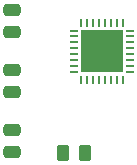
<source format=gtp>
%TF.GenerationSoftware,KiCad,Pcbnew,(6.0.7)*%
%TF.CreationDate,2022-08-20T19:22:04-07:00*%
%TF.ProjectId,tpm_board,74706d5f-626f-4617-9264-2e6b69636164,rev?*%
%TF.SameCoordinates,Original*%
%TF.FileFunction,Paste,Top*%
%TF.FilePolarity,Positive*%
%FSLAX46Y46*%
G04 Gerber Fmt 4.6, Leading zero omitted, Abs format (unit mm)*
G04 Created by KiCad (PCBNEW (6.0.7)) date 2022-08-20 19:22:04*
%MOMM*%
%LPD*%
G01*
G04 APERTURE LIST*
G04 Aperture macros list*
%AMRoundRect*
0 Rectangle with rounded corners*
0 $1 Rounding radius*
0 $2 $3 $4 $5 $6 $7 $8 $9 X,Y pos of 4 corners*
0 Add a 4 corners polygon primitive as box body*
4,1,4,$2,$3,$4,$5,$6,$7,$8,$9,$2,$3,0*
0 Add four circle primitives for the rounded corners*
1,1,$1+$1,$2,$3*
1,1,$1+$1,$4,$5*
1,1,$1+$1,$6,$7*
1,1,$1+$1,$8,$9*
0 Add four rect primitives between the rounded corners*
20,1,$1+$1,$2,$3,$4,$5,0*
20,1,$1+$1,$4,$5,$6,$7,0*
20,1,$1+$1,$6,$7,$8,$9,0*
20,1,$1+$1,$8,$9,$2,$3,0*%
G04 Aperture macros list end*
%ADD10RoundRect,0.250000X-0.262500X-0.450000X0.262500X-0.450000X0.262500X0.450000X-0.262500X0.450000X0*%
%ADD11RoundRect,0.250000X-0.475000X0.250000X-0.475000X-0.250000X0.475000X-0.250000X0.475000X0.250000X0*%
%ADD12RoundRect,0.250000X0.475000X-0.250000X0.475000X0.250000X-0.475000X0.250000X-0.475000X-0.250000X0*%
%ADD13R,0.700000X0.250000*%
%ADD14R,0.250000X0.700000*%
%ADD15R,3.600000X3.600000*%
G04 APERTURE END LIST*
D10*
%TO.C,R1*%
X64259216Y-78737058D03*
X66084216Y-78737058D03*
%TD*%
D11*
%TO.C,C2*%
X59920000Y-71730000D03*
X59920000Y-73630000D03*
%TD*%
D12*
%TO.C,C1*%
X59920000Y-68550000D03*
X59920000Y-66650000D03*
%TD*%
%TO.C,C3*%
X59920000Y-78710000D03*
X59920000Y-76810000D03*
%TD*%
D13*
%TO.C,IC1*%
X65140000Y-68390000D03*
X65140000Y-68890000D03*
X65140000Y-69390000D03*
X65140000Y-69890000D03*
X65140000Y-70390000D03*
X65140000Y-70890000D03*
X65140000Y-71390000D03*
X65140000Y-71890000D03*
D14*
X65790000Y-72540000D03*
X66290000Y-72540000D03*
X66790000Y-72540000D03*
X67290000Y-72540000D03*
X67790000Y-72540000D03*
X68290000Y-72540000D03*
X68790000Y-72540000D03*
X69290000Y-72540000D03*
D13*
X69940000Y-71890000D03*
X69940000Y-71390000D03*
X69940000Y-70890000D03*
X69940000Y-70390000D03*
X69940000Y-69890000D03*
X69940000Y-69390000D03*
X69940000Y-68890000D03*
X69940000Y-68390000D03*
D14*
X69290000Y-67740000D03*
X68790000Y-67740000D03*
X68290000Y-67740000D03*
X67790000Y-67740000D03*
X67290000Y-67740000D03*
X66790000Y-67740000D03*
X66290000Y-67740000D03*
X65790000Y-67740000D03*
D15*
X67540000Y-70140000D03*
%TD*%
M02*

</source>
